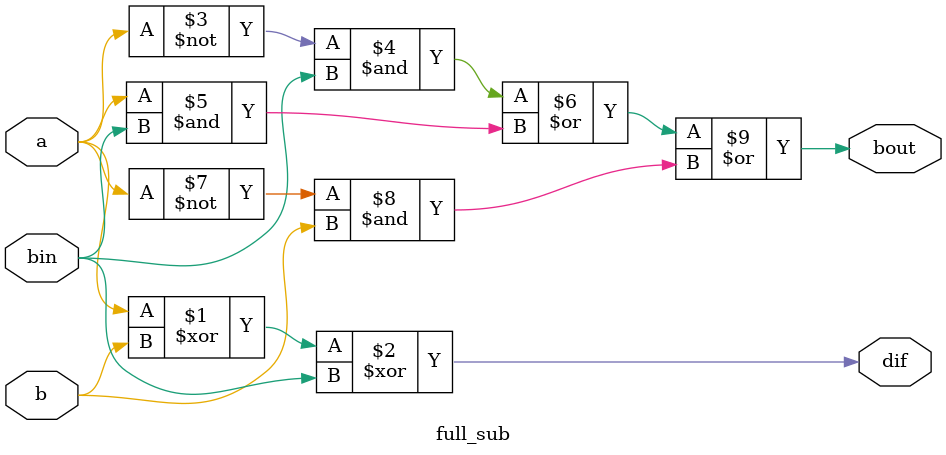
<source format=v>
`timescale 1ns / 1ps


module full_sub(
input a,b,bin,
output dif,bout
    );
assign dif=(a^b)^bin;
assign bout=(~a)&bin | a&bin | (~a)&b;
endmodule

</source>
